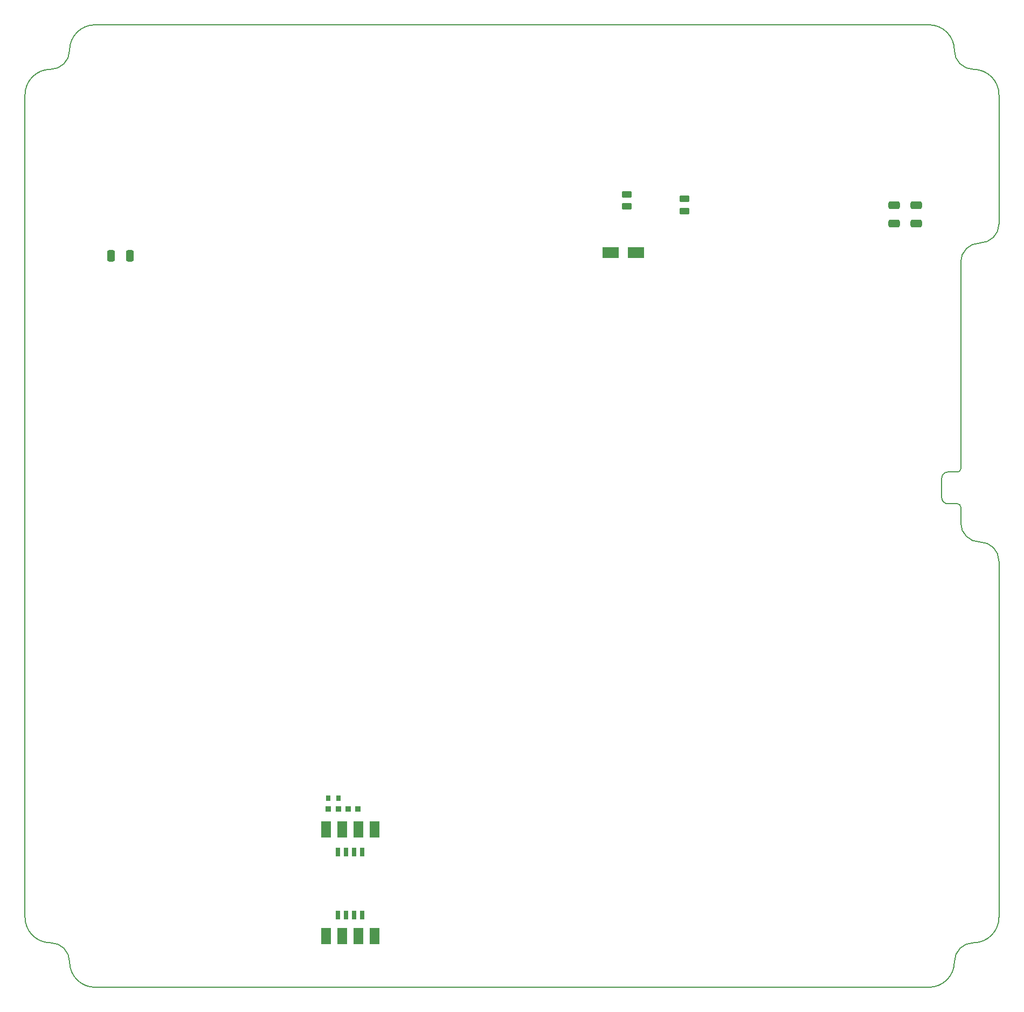
<source format=gtp>
%TF.GenerationSoftware,KiCad,Pcbnew,(5.99.0-12439-g94954386e6)*%
%TF.CreationDate,2021-10-03T01:37:18+03:00*%
%TF.ProjectId,proteus125honda,70726f74-6575-4733-9132-35686f6e6461,rev?*%
%TF.SameCoordinates,Original*%
%TF.FileFunction,Paste,Top*%
%TF.FilePolarity,Positive*%
%FSLAX46Y46*%
G04 Gerber Fmt 4.6, Leading zero omitted, Abs format (unit mm)*
G04 Created by KiCad (PCBNEW (5.99.0-12439-g94954386e6)) date 2021-10-03 01:37:18*
%MOMM*%
%LPD*%
G01*
G04 APERTURE LIST*
G04 Aperture macros list*
%AMRoundRect*
0 Rectangle with rounded corners*
0 $1 Rounding radius*
0 $2 $3 $4 $5 $6 $7 $8 $9 X,Y pos of 4 corners*
0 Add a 4 corners polygon primitive as box body*
4,1,4,$2,$3,$4,$5,$6,$7,$8,$9,$2,$3,0*
0 Add four circle primitives for the rounded corners*
1,1,$1+$1,$2,$3*
1,1,$1+$1,$4,$5*
1,1,$1+$1,$6,$7*
1,1,$1+$1,$8,$9*
0 Add four rect primitives between the rounded corners*
20,1,$1+$1,$2,$3,$4,$5,0*
20,1,$1+$1,$4,$5,$6,$7,0*
20,1,$1+$1,$6,$7,$8,$9,0*
20,1,$1+$1,$8,$9,$2,$3,0*%
G04 Aperture macros list end*
%TA.AperFunction,Profile*%
%ADD10C,0.200000*%
%TD*%
%ADD11RoundRect,0.070000X-0.280000X-0.390000X0.280000X-0.390000X0.280000X0.390000X-0.280000X0.390000X0*%
%ADD12RoundRect,0.230000X-0.670000X-0.345000X0.670000X-0.345000X0.670000X0.345000X-0.670000X0.345000X0*%
%ADD13O,0.000001X0.000001*%
%ADD14RoundRect,0.100000X-0.625000X0.400000X-0.625000X-0.400000X0.625000X-0.400000X0.625000X0.400000X0*%
%ADD15RoundRect,0.085000X0.340000X0.340000X-0.340000X0.340000X-0.340000X-0.340000X0.340000X-0.340000X0*%
%ADD16R,2.500000X1.800000*%
%ADD17RoundRect,0.230000X0.345000X-0.670000X0.345000X0.670000X-0.345000X0.670000X-0.345000X-0.670000X0*%
%ADD18RoundRect,0.085000X-0.340000X-0.340000X0.340000X-0.340000X0.340000X0.340000X-0.340000X0.340000X0*%
%ADD19R,0.690000X1.350000*%
%ADD20R,1.520000X2.540000*%
G04 APERTURE END LIST*
D10*
X99000001Y-73500001D02*
G75*
G03*
X102000000Y-70500000I-1J3000000D01*
G01*
X248000000Y-97800000D02*
X248000000Y-77500000D01*
X101999996Y-213800002D02*
G75*
G03*
X105999998Y-217800000I4000000J2D01*
G01*
X106000000Y-66500000D02*
X237000000Y-66500000D01*
X244000002Y-210799998D02*
G75*
G03*
X248000000Y-206800000I0J3999998D01*
G01*
X241500000Y-141800000D02*
X240000000Y-141800000D01*
X106000000Y-217800000D02*
X237000000Y-217800000D01*
X239000003Y-140800003D02*
G75*
G03*
X240000000Y-141800000I999997J0D01*
G01*
X98999996Y-210799998D02*
G75*
G02*
X94999998Y-206800000I0J3999998D01*
G01*
X239000000Y-140800000D02*
X239000000Y-137800000D01*
X242000000Y-103800000D02*
G75*
G02*
X245000000Y-100800000I3000000J0D01*
G01*
X244000000Y-210800000D02*
G75*
G03*
X241000000Y-213800000I0J-3000000D01*
G01*
X101999997Y-70499999D02*
G75*
G02*
X106000000Y-66500000I4000001J-2D01*
G01*
X94999998Y-206800000D02*
X95000000Y-77500000D01*
X241000003Y-70499999D02*
G75*
G03*
X237000000Y-66500000I-4000001J-2D01*
G01*
X245000000Y-147800000D02*
G75*
G02*
X248000000Y-150800000I0J-3000000D01*
G01*
X240000000Y-136800000D02*
X241500000Y-136800000D01*
X98999998Y-210800000D02*
G75*
G02*
X101999998Y-213800000I0J-3000000D01*
G01*
X243999999Y-73500001D02*
G75*
G02*
X241000000Y-70500000I1J3000000D01*
G01*
X241500001Y-141799999D02*
G75*
G02*
X242000000Y-142300000I-1J-500000D01*
G01*
X241500001Y-136799999D02*
G75*
G03*
X242000000Y-136300000I0J499999D01*
G01*
X238999997Y-137799997D02*
G75*
G02*
X240000000Y-136800000I1000000J-3D01*
G01*
X242000000Y-136300000D02*
X242000000Y-103800000D01*
X242000000Y-144800000D02*
X242000000Y-142300000D01*
X245000000Y-100800000D02*
G75*
G03*
X248000000Y-97800000I0J3000000D01*
G01*
X241000002Y-213800002D02*
G75*
G02*
X237000000Y-217800000I-4000000J2D01*
G01*
X98999999Y-73500001D02*
G75*
G03*
X95000000Y-77500000I0J-3999999D01*
G01*
X242000000Y-144800000D02*
G75*
G03*
X245000000Y-147800000I3000000J0D01*
G01*
X248000000Y-206800000D02*
X248000000Y-150800000D01*
X244000001Y-73500001D02*
G75*
G02*
X248000000Y-77500000I0J-3999999D01*
G01*
D11*
%TO.C,R1*%
X142616013Y-188063001D03*
X144216013Y-188063001D03*
%TD*%
D12*
%TO.C,F2*%
X231500000Y-94849990D03*
X231500000Y-97750010D03*
%TD*%
D13*
%TO.C,M2*%
X154556666Y-199312500D03*
%TD*%
D12*
%TO.C,F1*%
X235000000Y-94849990D03*
X235000000Y-97750010D03*
%TD*%
D14*
%TO.C,R2*%
X198600000Y-93849999D03*
X198600000Y-95750021D03*
%TD*%
D15*
%TO.C,C2*%
X144216014Y-189763001D03*
X142636012Y-189763001D03*
%TD*%
D14*
%TO.C,R3*%
X189500000Y-93149999D03*
X189500000Y-95050021D03*
%TD*%
D16*
%TO.C,D1*%
X191000000Y-102300000D03*
X187000000Y-102300000D03*
%TD*%
D17*
%TO.C,F3*%
X108549990Y-102800000D03*
X111450010Y-102800000D03*
%TD*%
D18*
%TO.C,C1*%
X145726013Y-189763001D03*
X147306015Y-189763001D03*
%TD*%
D19*
%TO.C,U1*%
X148005000Y-196574000D03*
D20*
X149905000Y-193018000D03*
D19*
X146735000Y-196574000D03*
D20*
X147365000Y-193018000D03*
X144825000Y-193018000D03*
D19*
X145465000Y-196574000D03*
D20*
X142285000Y-193018000D03*
D19*
X144195000Y-196574000D03*
D20*
X142285000Y-209782000D03*
D19*
X144195000Y-206416500D03*
X145465000Y-206416500D03*
D20*
X144825000Y-209782000D03*
D19*
X146735000Y-206416500D03*
D20*
X147365000Y-209782000D03*
D19*
X148005000Y-206416500D03*
D20*
X149905000Y-209782000D03*
%TD*%
M02*

</source>
